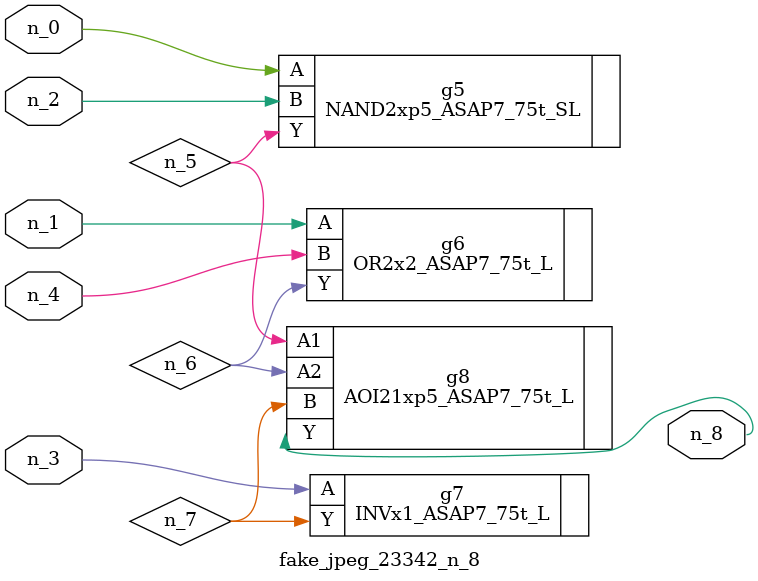
<source format=v>
module fake_jpeg_23342_n_8 (n_3, n_2, n_1, n_0, n_4, n_8);

input n_3;
input n_2;
input n_1;
input n_0;
input n_4;

output n_8;

wire n_6;
wire n_5;
wire n_7;

NAND2xp5_ASAP7_75t_SL g5 ( 
.A(n_0),
.B(n_2),
.Y(n_5)
);

OR2x2_ASAP7_75t_L g6 ( 
.A(n_1),
.B(n_4),
.Y(n_6)
);

INVx1_ASAP7_75t_L g7 ( 
.A(n_3),
.Y(n_7)
);

AOI21xp5_ASAP7_75t_L g8 ( 
.A1(n_5),
.A2(n_6),
.B(n_7),
.Y(n_8)
);


endmodule
</source>
